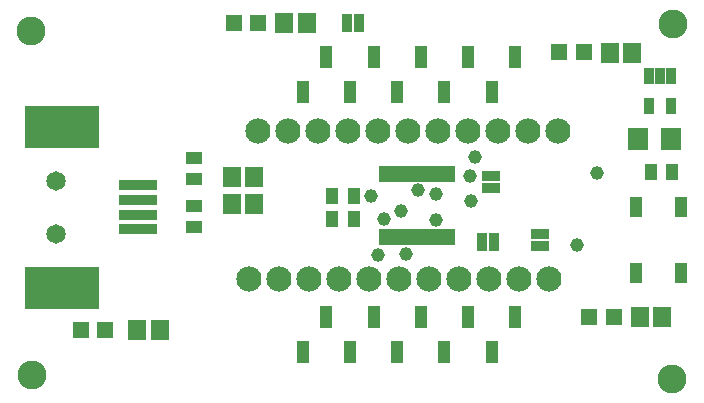
<source format=gts>
G75*
G70*
%OFA0B0*%
%FSLAX24Y24*%
%IPPOS*%
%LPD*%
%AMOC8*
5,1,8,0,0,1.08239X$1,22.5*
%
%ADD10C,0.0966*%
%ADD11R,0.0250X0.0550*%
%ADD12R,0.0317X0.0572*%
%ADD13R,0.0651X0.0730*%
%ADD14R,0.0415X0.0572*%
%ADD15R,0.0400X0.0700*%
%ADD16R,0.0350X0.0600*%
%ADD17R,0.0600X0.0350*%
%ADD18R,0.0572X0.0572*%
%ADD19C,0.0840*%
%ADD20R,0.0435X0.0769*%
%ADD21R,0.2478X0.1439*%
%ADD22R,0.1281X0.0376*%
%ADD23C,0.0651*%
%ADD24R,0.0572X0.0415*%
%ADD25R,0.0612X0.0691*%
%ADD26C,0.0460*%
D10*
X002913Y002470D03*
X002873Y013940D03*
X024263Y014160D03*
X024243Y002330D03*
D11*
X016858Y007045D03*
X016608Y007045D03*
X016358Y007045D03*
X016108Y007045D03*
X015858Y007045D03*
X015608Y007045D03*
X015358Y007045D03*
X015108Y007045D03*
X014858Y007045D03*
X014608Y007045D03*
X014608Y009155D03*
X014858Y009155D03*
X015108Y009155D03*
X015358Y009155D03*
X015608Y009155D03*
X015858Y009155D03*
X016108Y009155D03*
X016358Y009155D03*
X016608Y009155D03*
X016858Y009155D03*
D12*
X023459Y011418D03*
X024207Y011418D03*
X024207Y012442D03*
X023833Y012442D03*
X023459Y012442D03*
D13*
X023102Y010340D03*
X024204Y010340D03*
D14*
X024238Y009240D03*
X023529Y009240D03*
X013618Y008440D03*
X012909Y008440D03*
X012909Y007670D03*
X013618Y007670D03*
D15*
X023033Y008050D03*
X024533Y008050D03*
X024533Y005850D03*
X023033Y005850D03*
D16*
X018293Y006890D03*
X017893Y006890D03*
X013783Y014200D03*
X013383Y014200D03*
D17*
X018183Y009100D03*
X018183Y008700D03*
X019833Y007150D03*
X019833Y006750D03*
D18*
X021470Y004400D03*
X022297Y004400D03*
X021307Y013220D03*
X020480Y013220D03*
X010447Y014200D03*
X009620Y014200D03*
X005347Y003950D03*
X004520Y003950D03*
D19*
X010133Y005650D03*
X011133Y005650D03*
X012133Y005650D03*
X013133Y005650D03*
X014133Y005650D03*
X015133Y005650D03*
X016133Y005650D03*
X017133Y005650D03*
X018133Y005650D03*
X019133Y005650D03*
X020133Y005650D03*
X020433Y010600D03*
X019433Y010600D03*
X018433Y010600D03*
X017433Y010600D03*
X016433Y010600D03*
X015433Y010600D03*
X014433Y010600D03*
X013433Y010600D03*
X012433Y010600D03*
X011433Y010600D03*
X010433Y010600D03*
D20*
X011921Y011890D03*
X013496Y011890D03*
X015070Y011890D03*
X014283Y013071D03*
X015858Y013071D03*
X016645Y011890D03*
X018220Y011890D03*
X019007Y013071D03*
X017433Y013071D03*
X012708Y013071D03*
X012708Y004410D03*
X014283Y004410D03*
X015858Y004410D03*
X017433Y004410D03*
X019007Y004410D03*
X018220Y003229D03*
X016645Y003229D03*
X015070Y003229D03*
X013496Y003229D03*
X011921Y003229D03*
D21*
X003912Y005373D03*
X003912Y010727D03*
D22*
X006439Y008788D03*
X006439Y008296D03*
X006439Y007804D03*
X006439Y007312D03*
D23*
X003683Y007164D03*
X003683Y008936D03*
D24*
X008283Y008996D03*
X008283Y009704D03*
X008283Y008104D03*
X008283Y007396D03*
D25*
X009559Y008150D03*
X010307Y008150D03*
X010307Y009050D03*
X009559Y009050D03*
X011309Y014200D03*
X012057Y014200D03*
X022149Y013190D03*
X022897Y013190D03*
X023159Y004400D03*
X023907Y004400D03*
X007157Y003950D03*
X006409Y003950D03*
D26*
X014203Y008440D03*
X015203Y007940D03*
X014633Y007670D03*
X014433Y006460D03*
X015368Y006505D03*
X016373Y007640D03*
X017543Y008260D03*
X017513Y009100D03*
X017653Y009730D03*
X015773Y008640D03*
X016353Y008480D03*
X021073Y006780D03*
X021723Y009190D03*
M02*

</source>
